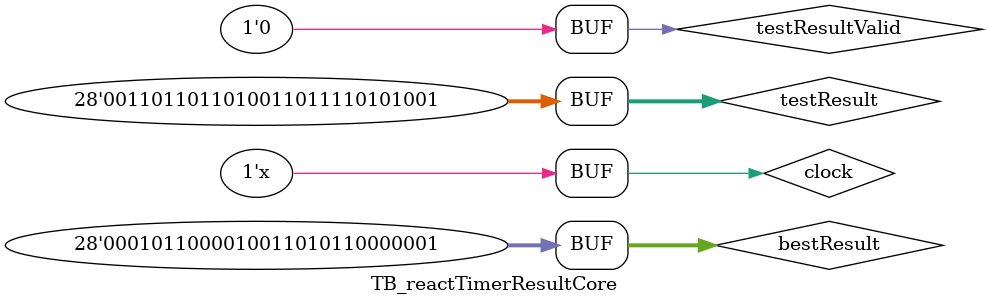
<source format=v>
`timescale 1ns / 1ps


module TB_reactTimerResultCore;

    reg [27:0] testResult = 28'd86523140;
    reg [27:0] bestResult = 28'd0;
    reg testResultValid = 0, clock = 0;
    wire [3:0] numberDisplay [7:0];
    wire [7:0] ssdDots;
    wire busy;

    reactTimerResultCore #(
        .BEST_FLASH_THRESHOLD(4),
        .WAITING_COUNTS(30)
    ) UUT (
        .in_testResult(testResult),
        .in_bestResult(bestResult),
        .in_testTimeout(1'b0),
        .in_testResultValid(testResultValid),
        .in_clock(clock),
        .in_reset(1'b0),
        .in_enable(1'b1),
        .out_busy(busy),
        .out_ssdNumberDisplay({numberDisplay[7], numberDisplay[6], numberDisplay[5], numberDisplay[4],
                               numberDisplay[3], numberDisplay[2], numberDisplay[1], numberDisplay[0]}),
        .out_ssdDots(ssdDots)
    );
    
    always begin
        #1 clock = ~clock;
    end
    
    initial begin
        #5 testResultValid = 1;
        #20 testResultValid = 0;
        #250 testResultValid = 1;
             bestResult = 28'd86523140;
             testResult = 28'd23147905;
        #20 testResultValid = 0;
        #250 testResultValid = 1;
             bestResult = 28'd23147905;
             testResult = 28'd57489321;
        #20 testResultValid = 0;
    end

endmodule

</source>
